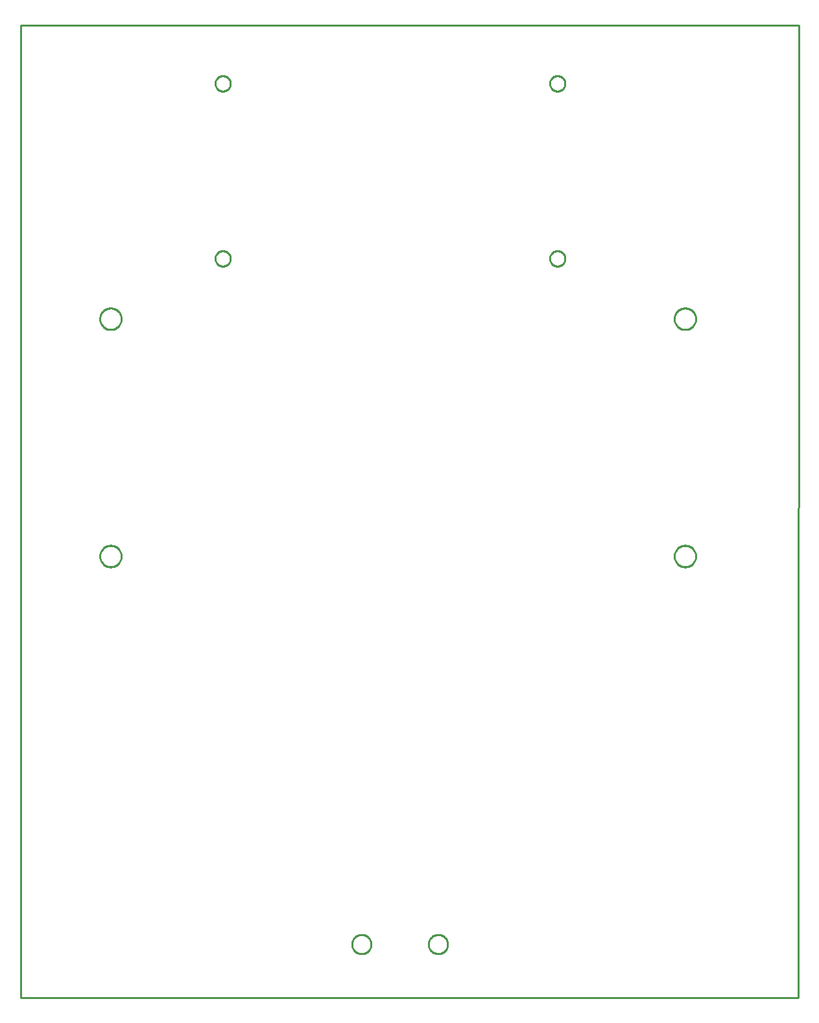
<source format=gbr>
G04 EAGLE Gerber RS-274X export*
G75*
%MOMM*%
%FSLAX34Y34*%
%LPD*%
%IN*%
%IPPOS*%
%AMOC8*
5,1,8,0,0,1.08239X$1,22.5*%
G01*
%ADD10C,0.254000*%


D10*
X0Y0D02*
X1015800Y0D01*
X1016000Y1270000D01*
X0Y1270000D01*
X0Y0D01*
X274160Y964763D02*
X274084Y963894D01*
X273932Y963034D01*
X273706Y962190D01*
X273408Y961370D01*
X273039Y960578D01*
X272602Y959822D01*
X272101Y959107D01*
X271540Y958438D01*
X270922Y957820D01*
X270253Y957259D01*
X269538Y956758D01*
X268782Y956321D01*
X267990Y955952D01*
X267170Y955654D01*
X266326Y955428D01*
X265467Y955276D01*
X264597Y955200D01*
X263723Y955200D01*
X262854Y955276D01*
X261994Y955428D01*
X261150Y955654D01*
X260330Y955952D01*
X259538Y956321D01*
X258782Y956758D01*
X258067Y957259D01*
X257398Y957820D01*
X256780Y958438D01*
X256219Y959107D01*
X255718Y959822D01*
X255281Y960578D01*
X254912Y961370D01*
X254614Y962190D01*
X254388Y963034D01*
X254236Y963894D01*
X254160Y964763D01*
X254160Y965637D01*
X254236Y966507D01*
X254388Y967366D01*
X254614Y968210D01*
X254912Y969030D01*
X255281Y969822D01*
X255718Y970578D01*
X256219Y971293D01*
X256780Y971962D01*
X257398Y972580D01*
X258067Y973141D01*
X258782Y973642D01*
X259538Y974079D01*
X260330Y974448D01*
X261150Y974746D01*
X261994Y974972D01*
X262854Y975124D01*
X263723Y975200D01*
X264597Y975200D01*
X265467Y975124D01*
X266326Y974972D01*
X267170Y974746D01*
X267990Y974448D01*
X268782Y974079D01*
X269538Y973642D01*
X270253Y973141D01*
X270922Y972580D01*
X271540Y971962D01*
X272101Y971293D01*
X272602Y970578D01*
X273039Y969822D01*
X273408Y969030D01*
X273706Y968210D01*
X273932Y967366D01*
X274084Y966507D01*
X274160Y965637D01*
X274160Y964763D01*
X711040Y964763D02*
X710964Y963894D01*
X710812Y963034D01*
X710586Y962190D01*
X710288Y961370D01*
X709919Y960578D01*
X709482Y959822D01*
X708981Y959107D01*
X708420Y958438D01*
X707802Y957820D01*
X707133Y957259D01*
X706418Y956758D01*
X705662Y956321D01*
X704870Y955952D01*
X704050Y955654D01*
X703206Y955428D01*
X702347Y955276D01*
X701477Y955200D01*
X700603Y955200D01*
X699734Y955276D01*
X698874Y955428D01*
X698030Y955654D01*
X697210Y955952D01*
X696418Y956321D01*
X695662Y956758D01*
X694947Y957259D01*
X694278Y957820D01*
X693660Y958438D01*
X693099Y959107D01*
X692598Y959822D01*
X692161Y960578D01*
X691792Y961370D01*
X691494Y962190D01*
X691268Y963034D01*
X691116Y963894D01*
X691040Y964763D01*
X691040Y965637D01*
X691116Y966507D01*
X691268Y967366D01*
X691494Y968210D01*
X691792Y969030D01*
X692161Y969822D01*
X692598Y970578D01*
X693099Y971293D01*
X693660Y971962D01*
X694278Y972580D01*
X694947Y973141D01*
X695662Y973642D01*
X696418Y974079D01*
X697210Y974448D01*
X698030Y974746D01*
X698874Y974972D01*
X699734Y975124D01*
X700603Y975200D01*
X701477Y975200D01*
X702347Y975124D01*
X703206Y974972D01*
X704050Y974746D01*
X704870Y974448D01*
X705662Y974079D01*
X706418Y973642D01*
X707133Y973141D01*
X707802Y972580D01*
X708420Y971962D01*
X708981Y971293D01*
X709482Y970578D01*
X709919Y969822D01*
X710288Y969030D01*
X710586Y968210D01*
X710812Y967366D01*
X710964Y966507D01*
X711040Y965637D01*
X711040Y964763D01*
X274160Y1193363D02*
X274084Y1192494D01*
X273932Y1191634D01*
X273706Y1190790D01*
X273408Y1189970D01*
X273039Y1189178D01*
X272602Y1188422D01*
X272101Y1187707D01*
X271540Y1187038D01*
X270922Y1186420D01*
X270253Y1185859D01*
X269538Y1185358D01*
X268782Y1184921D01*
X267990Y1184552D01*
X267170Y1184254D01*
X266326Y1184028D01*
X265467Y1183876D01*
X264597Y1183800D01*
X263723Y1183800D01*
X262854Y1183876D01*
X261994Y1184028D01*
X261150Y1184254D01*
X260330Y1184552D01*
X259538Y1184921D01*
X258782Y1185358D01*
X258067Y1185859D01*
X257398Y1186420D01*
X256780Y1187038D01*
X256219Y1187707D01*
X255718Y1188422D01*
X255281Y1189178D01*
X254912Y1189970D01*
X254614Y1190790D01*
X254388Y1191634D01*
X254236Y1192494D01*
X254160Y1193363D01*
X254160Y1194237D01*
X254236Y1195107D01*
X254388Y1195966D01*
X254614Y1196810D01*
X254912Y1197630D01*
X255281Y1198422D01*
X255718Y1199178D01*
X256219Y1199893D01*
X256780Y1200562D01*
X257398Y1201180D01*
X258067Y1201741D01*
X258782Y1202242D01*
X259538Y1202679D01*
X260330Y1203048D01*
X261150Y1203346D01*
X261994Y1203572D01*
X262854Y1203724D01*
X263723Y1203800D01*
X264597Y1203800D01*
X265467Y1203724D01*
X266326Y1203572D01*
X267170Y1203346D01*
X267990Y1203048D01*
X268782Y1202679D01*
X269538Y1202242D01*
X270253Y1201741D01*
X270922Y1201180D01*
X271540Y1200562D01*
X272101Y1199893D01*
X272602Y1199178D01*
X273039Y1198422D01*
X273408Y1197630D01*
X273706Y1196810D01*
X273932Y1195966D01*
X274084Y1195107D01*
X274160Y1194237D01*
X274160Y1193363D01*
X711040Y1193363D02*
X710964Y1192494D01*
X710812Y1191634D01*
X710586Y1190790D01*
X710288Y1189970D01*
X709919Y1189178D01*
X709482Y1188422D01*
X708981Y1187707D01*
X708420Y1187038D01*
X707802Y1186420D01*
X707133Y1185859D01*
X706418Y1185358D01*
X705662Y1184921D01*
X704870Y1184552D01*
X704050Y1184254D01*
X703206Y1184028D01*
X702347Y1183876D01*
X701477Y1183800D01*
X700603Y1183800D01*
X699734Y1183876D01*
X698874Y1184028D01*
X698030Y1184254D01*
X697210Y1184552D01*
X696418Y1184921D01*
X695662Y1185358D01*
X694947Y1185859D01*
X694278Y1186420D01*
X693660Y1187038D01*
X693099Y1187707D01*
X692598Y1188422D01*
X692161Y1189178D01*
X691792Y1189970D01*
X691494Y1190790D01*
X691268Y1191634D01*
X691116Y1192494D01*
X691040Y1193363D01*
X691040Y1194237D01*
X691116Y1195107D01*
X691268Y1195966D01*
X691494Y1196810D01*
X691792Y1197630D01*
X692161Y1198422D01*
X692598Y1199178D01*
X693099Y1199893D01*
X693660Y1200562D01*
X694278Y1201180D01*
X694947Y1201741D01*
X695662Y1202242D01*
X696418Y1202679D01*
X697210Y1203048D01*
X698030Y1203346D01*
X698874Y1203572D01*
X699734Y1203724D01*
X700603Y1203800D01*
X701477Y1203800D01*
X702347Y1203724D01*
X703206Y1203572D01*
X704050Y1203346D01*
X704870Y1203048D01*
X705662Y1202679D01*
X706418Y1202242D01*
X707133Y1201741D01*
X707802Y1201180D01*
X708420Y1200562D01*
X708981Y1199893D01*
X709482Y1199178D01*
X709919Y1198422D01*
X710288Y1197630D01*
X710586Y1196810D01*
X710812Y1195966D01*
X710964Y1195107D01*
X711040Y1194237D01*
X711040Y1193363D01*
X532800Y70191D02*
X532877Y71170D01*
X533031Y72141D01*
X533260Y73096D01*
X533564Y74030D01*
X533939Y74937D01*
X534385Y75812D01*
X534899Y76650D01*
X535476Y77445D01*
X536114Y78192D01*
X536808Y78886D01*
X537555Y79524D01*
X538350Y80101D01*
X539188Y80615D01*
X540063Y81061D01*
X540970Y81436D01*
X541904Y81740D01*
X542860Y81969D01*
X543830Y82123D01*
X544809Y82200D01*
X545791Y82200D01*
X546770Y82123D01*
X547741Y81969D01*
X548696Y81740D01*
X549630Y81436D01*
X550537Y81061D01*
X551412Y80615D01*
X552250Y80101D01*
X553045Y79524D01*
X553792Y78886D01*
X554486Y78192D01*
X555124Y77445D01*
X555701Y76650D01*
X556215Y75812D01*
X556661Y74937D01*
X557036Y74030D01*
X557340Y73096D01*
X557569Y72141D01*
X557723Y71170D01*
X557800Y70191D01*
X557800Y69209D01*
X557723Y68230D01*
X557569Y67260D01*
X557340Y66304D01*
X557036Y65370D01*
X556661Y64463D01*
X556215Y63588D01*
X555701Y62750D01*
X555124Y61955D01*
X554486Y61208D01*
X553792Y60514D01*
X553045Y59876D01*
X552250Y59299D01*
X551412Y58785D01*
X550537Y58339D01*
X549630Y57964D01*
X548696Y57660D01*
X547741Y57431D01*
X546770Y57277D01*
X545791Y57200D01*
X544809Y57200D01*
X543830Y57277D01*
X542860Y57431D01*
X541904Y57660D01*
X540970Y57964D01*
X540063Y58339D01*
X539188Y58785D01*
X538350Y59299D01*
X537555Y59876D01*
X536808Y60514D01*
X536114Y61208D01*
X535476Y61955D01*
X534899Y62750D01*
X534385Y63588D01*
X533939Y64463D01*
X533564Y65370D01*
X533260Y66304D01*
X533031Y67260D01*
X532877Y68230D01*
X532800Y69209D01*
X532800Y70191D01*
X432800Y70191D02*
X432877Y71170D01*
X433031Y72141D01*
X433260Y73096D01*
X433564Y74030D01*
X433939Y74937D01*
X434385Y75812D01*
X434899Y76650D01*
X435476Y77445D01*
X436114Y78192D01*
X436808Y78886D01*
X437555Y79524D01*
X438350Y80101D01*
X439188Y80615D01*
X440063Y81061D01*
X440970Y81436D01*
X441904Y81740D01*
X442860Y81969D01*
X443830Y82123D01*
X444809Y82200D01*
X445791Y82200D01*
X446770Y82123D01*
X447741Y81969D01*
X448696Y81740D01*
X449630Y81436D01*
X450537Y81061D01*
X451412Y80615D01*
X452250Y80101D01*
X453045Y79524D01*
X453792Y78886D01*
X454486Y78192D01*
X455124Y77445D01*
X455701Y76650D01*
X456215Y75812D01*
X456661Y74937D01*
X457036Y74030D01*
X457340Y73096D01*
X457569Y72141D01*
X457723Y71170D01*
X457800Y70191D01*
X457800Y69209D01*
X457723Y68230D01*
X457569Y67260D01*
X457340Y66304D01*
X457036Y65370D01*
X456661Y64463D01*
X456215Y63588D01*
X455701Y62750D01*
X455124Y61955D01*
X454486Y61208D01*
X453792Y60514D01*
X453045Y59876D01*
X452250Y59299D01*
X451412Y58785D01*
X450537Y58339D01*
X449630Y57964D01*
X448696Y57660D01*
X447741Y57431D01*
X446770Y57277D01*
X445791Y57200D01*
X444809Y57200D01*
X443830Y57277D01*
X442860Y57431D01*
X441904Y57660D01*
X440970Y57964D01*
X440063Y58339D01*
X439188Y58785D01*
X438350Y59299D01*
X437555Y59876D01*
X436808Y60514D01*
X436114Y61208D01*
X435476Y61955D01*
X434899Y62750D01*
X434385Y63588D01*
X433939Y64463D01*
X433564Y65370D01*
X433260Y66304D01*
X433031Y67260D01*
X432877Y68230D01*
X432800Y69209D01*
X432800Y70191D01*
X131760Y576020D02*
X131689Y575023D01*
X131546Y574033D01*
X131334Y573056D01*
X131052Y572096D01*
X130703Y571159D01*
X130287Y570249D01*
X129808Y569372D01*
X129267Y568530D01*
X128668Y567730D01*
X128013Y566974D01*
X127306Y566267D01*
X126550Y565612D01*
X125750Y565013D01*
X124908Y564472D01*
X124031Y563993D01*
X123121Y563577D01*
X122184Y563228D01*
X121225Y562946D01*
X120247Y562734D01*
X119258Y562591D01*
X118260Y562520D01*
X117260Y562520D01*
X116263Y562591D01*
X115273Y562734D01*
X114296Y562946D01*
X113336Y563228D01*
X112399Y563577D01*
X111489Y563993D01*
X110612Y564472D01*
X109770Y565013D01*
X108970Y565612D01*
X108214Y566267D01*
X107507Y566974D01*
X106852Y567730D01*
X106253Y568530D01*
X105712Y569372D01*
X105233Y570249D01*
X104817Y571159D01*
X104468Y572096D01*
X104186Y573056D01*
X103974Y574033D01*
X103831Y575023D01*
X103760Y576020D01*
X103760Y577020D01*
X103831Y578018D01*
X103974Y579007D01*
X104186Y579985D01*
X104468Y580944D01*
X104817Y581881D01*
X105233Y582791D01*
X105712Y583668D01*
X106253Y584510D01*
X106852Y585310D01*
X107507Y586066D01*
X108214Y586773D01*
X108970Y587428D01*
X109770Y588027D01*
X110612Y588568D01*
X111489Y589047D01*
X112399Y589463D01*
X113336Y589812D01*
X114296Y590094D01*
X115273Y590306D01*
X116263Y590449D01*
X117260Y590520D01*
X118260Y590520D01*
X119258Y590449D01*
X120247Y590306D01*
X121225Y590094D01*
X122184Y589812D01*
X123121Y589463D01*
X124031Y589047D01*
X124908Y588568D01*
X125750Y588027D01*
X126550Y587428D01*
X127306Y586773D01*
X128013Y586066D01*
X128668Y585310D01*
X129267Y584510D01*
X129808Y583668D01*
X130287Y582791D01*
X130703Y581881D01*
X131052Y580944D01*
X131334Y579985D01*
X131546Y579007D01*
X131689Y578018D01*
X131760Y577020D01*
X131760Y576020D01*
X131760Y886020D02*
X131689Y885023D01*
X131546Y884033D01*
X131334Y883056D01*
X131052Y882096D01*
X130703Y881159D01*
X130287Y880249D01*
X129808Y879372D01*
X129267Y878530D01*
X128668Y877730D01*
X128013Y876974D01*
X127306Y876267D01*
X126550Y875612D01*
X125750Y875013D01*
X124908Y874472D01*
X124031Y873993D01*
X123121Y873577D01*
X122184Y873228D01*
X121225Y872946D01*
X120247Y872734D01*
X119258Y872591D01*
X118260Y872520D01*
X117260Y872520D01*
X116263Y872591D01*
X115273Y872734D01*
X114296Y872946D01*
X113336Y873228D01*
X112399Y873577D01*
X111489Y873993D01*
X110612Y874472D01*
X109770Y875013D01*
X108970Y875612D01*
X108214Y876267D01*
X107507Y876974D01*
X106852Y877730D01*
X106253Y878530D01*
X105712Y879372D01*
X105233Y880249D01*
X104817Y881159D01*
X104468Y882096D01*
X104186Y883056D01*
X103974Y884033D01*
X103831Y885023D01*
X103760Y886020D01*
X103760Y887020D01*
X103831Y888018D01*
X103974Y889007D01*
X104186Y889985D01*
X104468Y890944D01*
X104817Y891881D01*
X105233Y892791D01*
X105712Y893668D01*
X106253Y894510D01*
X106852Y895310D01*
X107507Y896066D01*
X108214Y896773D01*
X108970Y897428D01*
X109770Y898027D01*
X110612Y898568D01*
X111489Y899047D01*
X112399Y899463D01*
X113336Y899812D01*
X114296Y900094D01*
X115273Y900306D01*
X116263Y900449D01*
X117260Y900520D01*
X118260Y900520D01*
X119258Y900449D01*
X120247Y900306D01*
X121225Y900094D01*
X122184Y899812D01*
X123121Y899463D01*
X124031Y899047D01*
X124908Y898568D01*
X125750Y898027D01*
X126550Y897428D01*
X127306Y896773D01*
X128013Y896066D01*
X128668Y895310D01*
X129267Y894510D01*
X129808Y893668D01*
X130287Y892791D01*
X130703Y891881D01*
X131052Y890944D01*
X131334Y889985D01*
X131546Y889007D01*
X131689Y888018D01*
X131760Y887020D01*
X131760Y886020D01*
X881760Y886020D02*
X881689Y885023D01*
X881546Y884033D01*
X881334Y883056D01*
X881052Y882096D01*
X880703Y881159D01*
X880287Y880249D01*
X879808Y879372D01*
X879267Y878530D01*
X878668Y877730D01*
X878013Y876974D01*
X877306Y876267D01*
X876550Y875612D01*
X875750Y875013D01*
X874908Y874472D01*
X874031Y873993D01*
X873121Y873577D01*
X872184Y873228D01*
X871225Y872946D01*
X870247Y872734D01*
X869258Y872591D01*
X868260Y872520D01*
X867260Y872520D01*
X866263Y872591D01*
X865273Y872734D01*
X864296Y872946D01*
X863336Y873228D01*
X862399Y873577D01*
X861489Y873993D01*
X860612Y874472D01*
X859770Y875013D01*
X858970Y875612D01*
X858214Y876267D01*
X857507Y876974D01*
X856852Y877730D01*
X856253Y878530D01*
X855712Y879372D01*
X855233Y880249D01*
X854817Y881159D01*
X854468Y882096D01*
X854186Y883056D01*
X853974Y884033D01*
X853831Y885023D01*
X853760Y886020D01*
X853760Y887020D01*
X853831Y888018D01*
X853974Y889007D01*
X854186Y889985D01*
X854468Y890944D01*
X854817Y891881D01*
X855233Y892791D01*
X855712Y893668D01*
X856253Y894510D01*
X856852Y895310D01*
X857507Y896066D01*
X858214Y896773D01*
X858970Y897428D01*
X859770Y898027D01*
X860612Y898568D01*
X861489Y899047D01*
X862399Y899463D01*
X863336Y899812D01*
X864296Y900094D01*
X865273Y900306D01*
X866263Y900449D01*
X867260Y900520D01*
X868260Y900520D01*
X869258Y900449D01*
X870247Y900306D01*
X871225Y900094D01*
X872184Y899812D01*
X873121Y899463D01*
X874031Y899047D01*
X874908Y898568D01*
X875750Y898027D01*
X876550Y897428D01*
X877306Y896773D01*
X878013Y896066D01*
X878668Y895310D01*
X879267Y894510D01*
X879808Y893668D01*
X880287Y892791D01*
X880703Y891881D01*
X881052Y890944D01*
X881334Y889985D01*
X881546Y889007D01*
X881689Y888018D01*
X881760Y887020D01*
X881760Y886020D01*
X881760Y576020D02*
X881689Y575023D01*
X881546Y574033D01*
X881334Y573056D01*
X881052Y572096D01*
X880703Y571159D01*
X880287Y570249D01*
X879808Y569372D01*
X879267Y568530D01*
X878668Y567730D01*
X878013Y566974D01*
X877306Y566267D01*
X876550Y565612D01*
X875750Y565013D01*
X874908Y564472D01*
X874031Y563993D01*
X873121Y563577D01*
X872184Y563228D01*
X871225Y562946D01*
X870247Y562734D01*
X869258Y562591D01*
X868260Y562520D01*
X867260Y562520D01*
X866263Y562591D01*
X865273Y562734D01*
X864296Y562946D01*
X863336Y563228D01*
X862399Y563577D01*
X861489Y563993D01*
X860612Y564472D01*
X859770Y565013D01*
X858970Y565612D01*
X858214Y566267D01*
X857507Y566974D01*
X856852Y567730D01*
X856253Y568530D01*
X855712Y569372D01*
X855233Y570249D01*
X854817Y571159D01*
X854468Y572096D01*
X854186Y573056D01*
X853974Y574033D01*
X853831Y575023D01*
X853760Y576020D01*
X853760Y577020D01*
X853831Y578018D01*
X853974Y579007D01*
X854186Y579985D01*
X854468Y580944D01*
X854817Y581881D01*
X855233Y582791D01*
X855712Y583668D01*
X856253Y584510D01*
X856852Y585310D01*
X857507Y586066D01*
X858214Y586773D01*
X858970Y587428D01*
X859770Y588027D01*
X860612Y588568D01*
X861489Y589047D01*
X862399Y589463D01*
X863336Y589812D01*
X864296Y590094D01*
X865273Y590306D01*
X866263Y590449D01*
X867260Y590520D01*
X868260Y590520D01*
X869258Y590449D01*
X870247Y590306D01*
X871225Y590094D01*
X872184Y589812D01*
X873121Y589463D01*
X874031Y589047D01*
X874908Y588568D01*
X875750Y588027D01*
X876550Y587428D01*
X877306Y586773D01*
X878013Y586066D01*
X878668Y585310D01*
X879267Y584510D01*
X879808Y583668D01*
X880287Y582791D01*
X880703Y581881D01*
X881052Y580944D01*
X881334Y579985D01*
X881546Y579007D01*
X881689Y578018D01*
X881760Y577020D01*
X881760Y576020D01*
M02*

</source>
